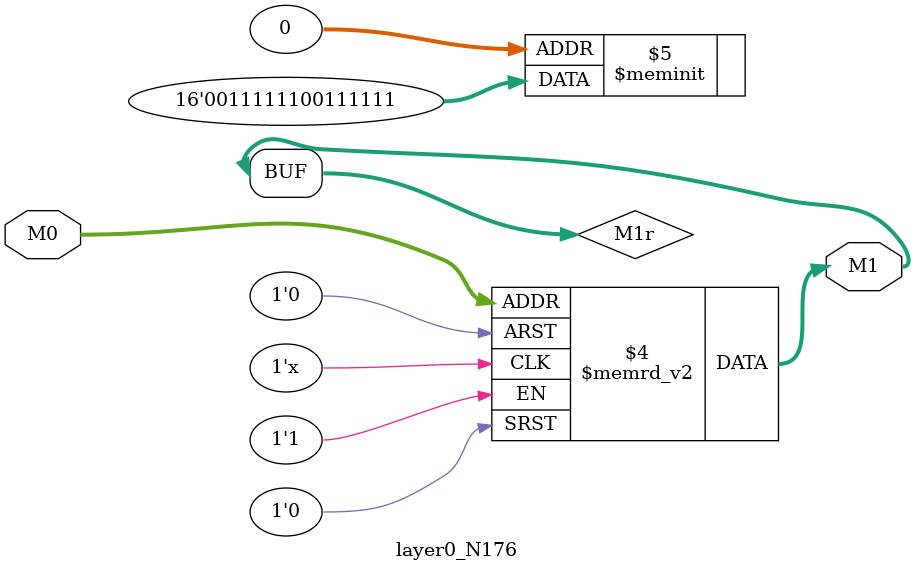
<source format=v>
module layer0_N176 ( input [2:0] M0, output [1:0] M1 );

	(*rom_style = "distributed" *) reg [1:0] M1r;
	assign M1 = M1r;
	always @ (M0) begin
		case (M0)
			3'b000: M1r = 2'b11;
			3'b100: M1r = 2'b11;
			3'b010: M1r = 2'b11;
			3'b110: M1r = 2'b11;
			3'b001: M1r = 2'b11;
			3'b101: M1r = 2'b11;
			3'b011: M1r = 2'b00;
			3'b111: M1r = 2'b00;

		endcase
	end
endmodule

</source>
